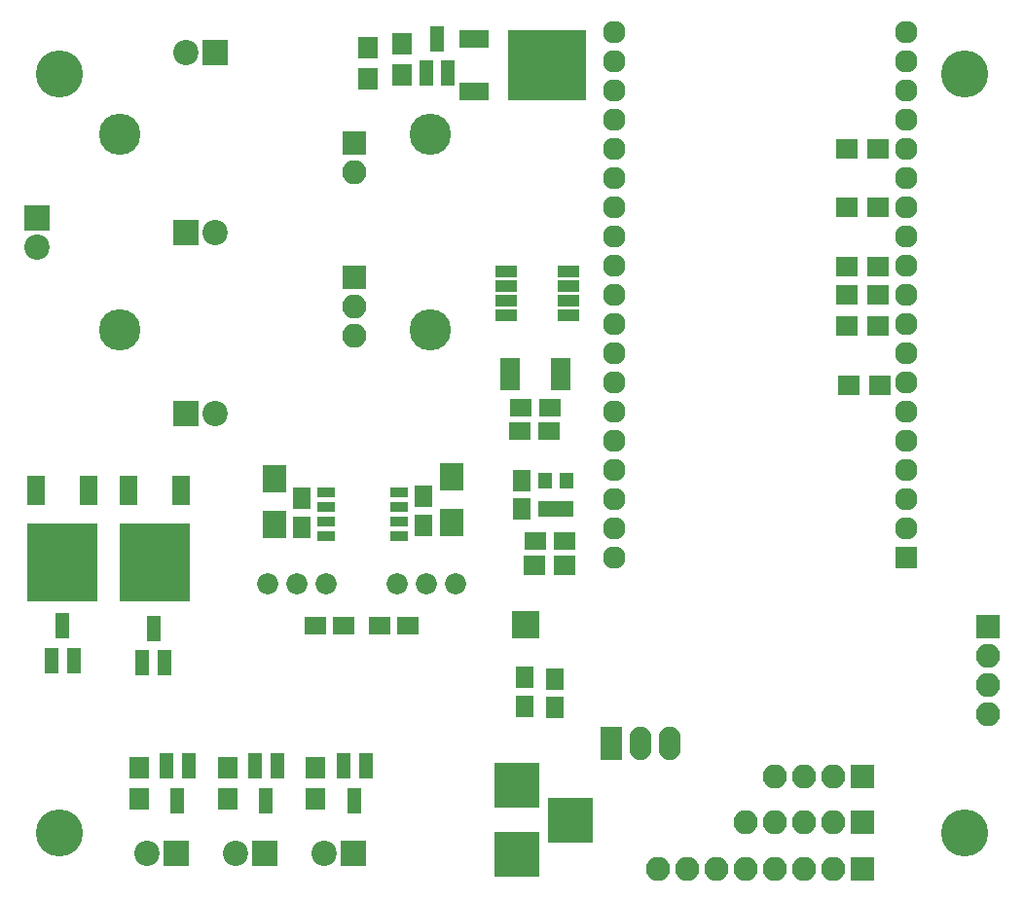
<source format=gts>
G04 #@! TF.GenerationSoftware,KiCad,Pcbnew,(5.0.0)*
G04 #@! TF.CreationDate,2019-01-08T13:52:07-08:00*
G04 #@! TF.ProjectId,TestPlatformBoard,54657374506C6174666F726D426F6172,rev?*
G04 #@! TF.SameCoordinates,Original*
G04 #@! TF.FileFunction,Soldermask,Top*
G04 #@! TF.FilePolarity,Negative*
%FSLAX46Y46*%
G04 Gerber Fmt 4.6, Leading zero omitted, Abs format (unit mm)*
G04 Created by KiCad (PCBNEW (5.0.0)) date 01/08/19 13:52:07*
%MOMM*%
%LPD*%
G01*
G04 APERTURE LIST*
%ADD10C,1.960000*%
%ADD11R,1.960000X1.960000*%
%ADD12O,1.900000X2.900000*%
%ADD13R,1.900000X2.900000*%
%ADD14R,1.900000X1.700000*%
%ADD15R,1.200000X2.300000*%
%ADD16R,1.650000X1.900000*%
%ADD17R,1.700000X1.900000*%
%ADD18R,1.800000X0.850000*%
%ADD19R,1.925000X1.050000*%
%ADD20O,2.100000X2.100000*%
%ADD21R,2.100000X2.100000*%
%ADD22R,1.200000X1.400000*%
%ADD23R,1.000000X1.400000*%
%ADD24R,1.600000X2.600000*%
%ADD25R,6.200000X6.800000*%
%ADD26R,2.200000X2.200000*%
%ADD27C,2.200000*%
%ADD28R,1.900000X1.650000*%
%ADD29C,1.840000*%
%ADD30R,2.100000X2.400000*%
%ADD31R,1.543000X0.908000*%
%ADD32R,3.900000X3.900000*%
%ADD33R,2.400000X2.400000*%
%ADD34R,6.800000X6.200000*%
%ADD35R,2.600000X1.600000*%
%ADD36C,3.600000*%
%ADD37C,4.100000*%
G04 APERTURE END LIST*
D10*
G04 #@! TO.C,U1*
X53400000Y-1440000D03*
X53400000Y-3980000D03*
X53400000Y-6520000D03*
X53400000Y-9060000D03*
X53400000Y-11600000D03*
X53400000Y-14140000D03*
X53400000Y-16680000D03*
X53400000Y-19220000D03*
X53400000Y-21760000D03*
X53400000Y-24300000D03*
X53400000Y-26840000D03*
X53400000Y-29380000D03*
X53400000Y-31920000D03*
X53400000Y-34460000D03*
X53400000Y-37000000D03*
X53400000Y-39540000D03*
X53400000Y-42080000D03*
X53400000Y-44620000D03*
X53400000Y-47160000D03*
X78800000Y-3980000D03*
X78800000Y-6520000D03*
X78800000Y-9060000D03*
X78800000Y-11600000D03*
X78800000Y-14140000D03*
X78800000Y-16680000D03*
X78800000Y-19220000D03*
X78800000Y-21760000D03*
X78800000Y-24300000D03*
X78800000Y-26840000D03*
X78800000Y-29380000D03*
X78800000Y-31920000D03*
X78800000Y-34460000D03*
X78800000Y-37000000D03*
X78800000Y-39540000D03*
X78800000Y-42080000D03*
X78800000Y-1440000D03*
X78800000Y-44620000D03*
D11*
X78800000Y-47160000D03*
G04 #@! TD*
D12*
G04 #@! TO.C,U2*
X58180000Y-63300000D03*
X55640000Y-63300000D03*
D13*
X53100000Y-63300000D03*
G04 #@! TD*
D14*
G04 #@! TO.C,R4*
X76350000Y-27000000D03*
X73650000Y-27000000D03*
G04 #@! TD*
D15*
G04 #@! TO.C,Q1*
X12350000Y-56300000D03*
X14250000Y-56300000D03*
X13300000Y-53300000D03*
G04 #@! TD*
D16*
G04 #@! TO.C,C9*
X36800000Y-44350000D03*
X36800000Y-41850000D03*
G04 #@! TD*
G04 #@! TO.C,C10*
X26200000Y-42000000D03*
X26200000Y-44500000D03*
G04 #@! TD*
D14*
G04 #@! TO.C,R1*
X76350000Y-16700000D03*
X73650000Y-16700000D03*
G04 #@! TD*
D17*
G04 #@! TO.C,R5*
X27400000Y-68150000D03*
X27400000Y-65450000D03*
G04 #@! TD*
D14*
G04 #@! TO.C,R6*
X73650000Y-21800000D03*
X76350000Y-21800000D03*
G04 #@! TD*
G04 #@! TO.C,R2*
X76350000Y-11600000D03*
X73650000Y-11600000D03*
G04 #@! TD*
G04 #@! TO.C,R8*
X73650000Y-24300000D03*
X76350000Y-24300000D03*
G04 #@! TD*
D17*
G04 #@! TO.C,R7*
X12100000Y-68150000D03*
X12100000Y-65450000D03*
G04 #@! TD*
D14*
G04 #@! TO.C,R3*
X73780000Y-32170000D03*
X76480000Y-32170000D03*
G04 #@! TD*
D18*
G04 #@! TO.C,IC4*
X44300000Y-30200000D03*
X44300000Y-30850000D03*
X44300000Y-31500000D03*
X44300000Y-32150000D03*
X48700000Y-32150000D03*
X48700000Y-31500000D03*
X48700000Y-30850000D03*
X48700000Y-30200000D03*
G04 #@! TD*
D19*
G04 #@! TO.C,IC5*
X43988000Y-22295000D03*
X43988000Y-23565000D03*
X43988000Y-24835000D03*
X43988000Y-26105000D03*
X49412000Y-26105000D03*
X49412000Y-24835000D03*
X49412000Y-23565000D03*
X49412000Y-22295000D03*
G04 #@! TD*
D20*
G04 #@! TO.C,J1*
X85900000Y-60820000D03*
X85900000Y-58280000D03*
X85900000Y-55740000D03*
D21*
X85900000Y-53200000D03*
G04 #@! TD*
D20*
G04 #@! TO.C,J2*
X30800000Y-13640000D03*
D21*
X30800000Y-11100000D03*
G04 #@! TD*
D22*
G04 #@! TO.C,IC3*
X47350000Y-42900000D03*
D23*
X48300000Y-42900000D03*
D22*
X49250000Y-42900000D03*
X49250000Y-40500000D03*
X47350000Y-40500000D03*
G04 #@! TD*
D24*
G04 #@! TO.C,IC1*
X15680000Y-41300000D03*
X11120000Y-41300000D03*
D25*
X13400000Y-47600000D03*
G04 #@! TD*
G04 #@! TO.C,IC2*
X5400000Y-47600000D03*
D24*
X3120000Y-41300000D03*
X7680000Y-41300000D03*
G04 #@! TD*
D26*
G04 #@! TO.C,D4*
X16100000Y-18850000D03*
D27*
X18640000Y-18850000D03*
G04 #@! TD*
G04 #@! TO.C,D5*
X16100000Y-3175000D03*
D26*
X18640000Y-3175000D03*
G04 #@! TD*
D27*
G04 #@! TO.C,D7*
X20400000Y-72900000D03*
D26*
X22940000Y-72900000D03*
G04 #@! TD*
D16*
G04 #@! TO.C,C8*
X45300000Y-42950000D03*
X45300000Y-40450000D03*
G04 #@! TD*
D28*
G04 #@! TO.C,C6*
X45250000Y-34100000D03*
X47750000Y-34100000D03*
G04 #@! TD*
G04 #@! TO.C,C7*
X47700000Y-36100000D03*
X45200000Y-36100000D03*
G04 #@! TD*
G04 #@! TO.C,C5*
X49050000Y-45700000D03*
X46550000Y-45700000D03*
G04 #@! TD*
D14*
G04 #@! TO.C,JP1*
X46400000Y-47800000D03*
X49100000Y-47800000D03*
G04 #@! TD*
D20*
G04 #@! TO.C,J3*
X30800000Y-27880000D03*
X30800000Y-25340000D03*
D21*
X30800000Y-22800000D03*
G04 #@! TD*
D15*
G04 #@! TO.C,Q6*
X23100000Y-68300000D03*
X22150000Y-65300000D03*
X24050000Y-65300000D03*
G04 #@! TD*
G04 #@! TO.C,Q2*
X30800000Y-68300000D03*
X29850000Y-65300000D03*
X31750000Y-65300000D03*
G04 #@! TD*
D20*
G04 #@! TO.C,J5*
X57220000Y-74200000D03*
X59760000Y-74200000D03*
X62300000Y-74200000D03*
X64840000Y-74200000D03*
X67380000Y-74200000D03*
X69920000Y-74200000D03*
X72460000Y-74200000D03*
D21*
X75000000Y-74200000D03*
G04 #@! TD*
D15*
G04 #@! TO.C,Q5*
X4450000Y-56100000D03*
X6350000Y-56100000D03*
X5400000Y-53100000D03*
G04 #@! TD*
G04 #@! TO.C,Q4*
X15400000Y-68300000D03*
X14450000Y-65300000D03*
X16350000Y-65300000D03*
G04 #@! TD*
D28*
G04 #@! TO.C,C1*
X27350000Y-53100000D03*
X29850000Y-53100000D03*
G04 #@! TD*
D16*
G04 #@! TO.C,C4*
X45600000Y-57600000D03*
X45600000Y-60100000D03*
G04 #@! TD*
D28*
G04 #@! TO.C,C2*
X32950000Y-53100000D03*
X35450000Y-53100000D03*
G04 #@! TD*
D16*
G04 #@! TO.C,C3*
X48200000Y-60200000D03*
X48200000Y-57700000D03*
G04 #@! TD*
D29*
G04 #@! TO.C,RV1*
X39580000Y-49400000D03*
X37040000Y-49400000D03*
X34500000Y-49400000D03*
G04 #@! TD*
D30*
G04 #@! TO.C,R11*
X23800000Y-40300000D03*
X23800000Y-44300000D03*
G04 #@! TD*
D17*
G04 #@! TO.C,R9*
X19800000Y-68150000D03*
X19800000Y-65450000D03*
G04 #@! TD*
D30*
G04 #@! TO.C,R10*
X39200000Y-44100000D03*
X39200000Y-40100000D03*
G04 #@! TD*
D31*
G04 #@! TO.C,U3*
X34675000Y-45305000D03*
X34675000Y-44035000D03*
X34675000Y-42765000D03*
X34675000Y-41495000D03*
X28325000Y-41495000D03*
X28325000Y-42765000D03*
X28325000Y-44035000D03*
X28325000Y-45305000D03*
G04 #@! TD*
D29*
G04 #@! TO.C,RV2*
X28300000Y-49400000D03*
X25760000Y-49400000D03*
X23220000Y-49400000D03*
G04 #@! TD*
D32*
G04 #@! TO.C,J4*
X49600000Y-70000000D03*
X44900000Y-73000000D03*
X44900000Y-67000000D03*
G04 #@! TD*
D26*
G04 #@! TO.C,D1*
X16160000Y-34600000D03*
D27*
X18700000Y-34600000D03*
G04 #@! TD*
G04 #@! TO.C,D2*
X3175000Y-20140000D03*
D26*
X3175000Y-17600000D03*
G04 #@! TD*
D27*
G04 #@! TO.C,D3*
X28120000Y-72900000D03*
D26*
X30660000Y-72900000D03*
G04 #@! TD*
G04 #@! TO.C,D6*
X15280000Y-72900000D03*
D27*
X12740000Y-72900000D03*
G04 #@! TD*
D20*
G04 #@! TO.C,J6*
X64840000Y-70200000D03*
X67380000Y-70200000D03*
X69920000Y-70200000D03*
X72460000Y-70200000D03*
D21*
X75000000Y-70200000D03*
G04 #@! TD*
D20*
G04 #@! TO.C,J7*
X67380000Y-66200000D03*
X69920000Y-66200000D03*
X72460000Y-66200000D03*
D21*
X75000000Y-66200000D03*
G04 #@! TD*
D33*
G04 #@! TO.C,J8*
X45700000Y-53000000D03*
G04 #@! TD*
D15*
G04 #@! TO.C,Q3*
X37970000Y-1990000D03*
X38920000Y-4990000D03*
X37020000Y-4990000D03*
G04 #@! TD*
D34*
G04 #@! TO.C,Q7*
X47515001Y-4305001D03*
D35*
X41215001Y-6585001D03*
X41215001Y-2025001D03*
G04 #@! TD*
D17*
G04 #@! TO.C,R14*
X31950000Y-2810000D03*
X31950000Y-5510000D03*
G04 #@! TD*
G04 #@! TO.C,R15*
X34930000Y-2440000D03*
X34930000Y-5140000D03*
G04 #@! TD*
D36*
G04 #@! TO.C,MH1*
X10350000Y-10350000D03*
G04 #@! TD*
G04 #@! TO.C,MH2*
X37350000Y-10350000D03*
G04 #@! TD*
G04 #@! TO.C,MH3*
X37350000Y-27350000D03*
G04 #@! TD*
G04 #@! TO.C,MH4*
X10350000Y-27350000D03*
G04 #@! TD*
D37*
G04 #@! TO.C,MH5*
X5080000Y-5080000D03*
G04 #@! TD*
G04 #@! TO.C,MH6*
X83820000Y-5080000D03*
G04 #@! TD*
G04 #@! TO.C,MH7*
X83820000Y-71120000D03*
G04 #@! TD*
G04 #@! TO.C,MH8*
X5080000Y-71120000D03*
G04 #@! TD*
M02*

</source>
